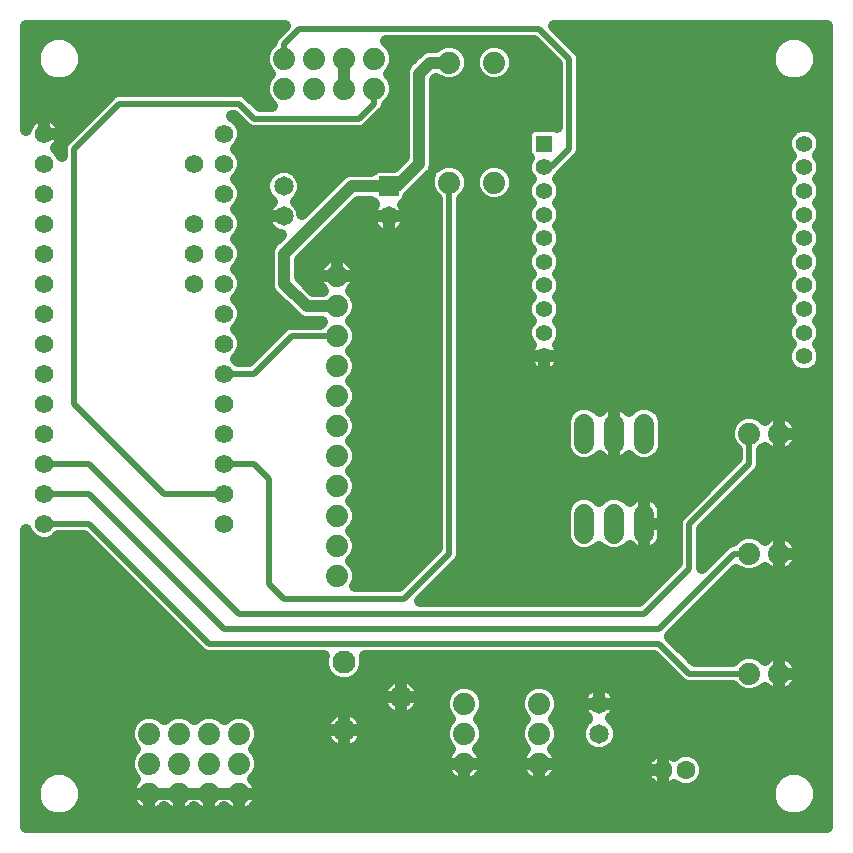
<source format=gbl>
G75*
%MOIN*%
%OFA0B0*%
%FSLAX25Y25*%
%IPPOS*%
%LPD*%
%AMOC8*
5,1,8,0,0,1.08239X$1,22.5*
%
%ADD10C,0.06731*%
%ADD11C,0.06500*%
%ADD12C,0.07400*%
%ADD13C,0.07677*%
%ADD14C,0.06299*%
%ADD15C,0.05600*%
%ADD16R,0.05600X0.05600*%
%ADD17C,0.06200*%
%ADD18R,0.06500X0.06500*%
%ADD19C,0.04000*%
%ADD20C,0.02000*%
D10*
X0193000Y0104635D02*
X0193000Y0111365D01*
X0203000Y0111365D02*
X0203000Y0104635D01*
X0213000Y0104635D02*
X0213000Y0111365D01*
X0213000Y0134635D02*
X0213000Y0141365D01*
X0203000Y0141365D02*
X0203000Y0134635D01*
X0193000Y0134635D02*
X0193000Y0141365D01*
D11*
X0127800Y0210400D03*
X0092800Y0210400D03*
X0092800Y0220400D03*
X0198000Y0048000D03*
X0198000Y0038000D03*
D12*
X0178000Y0038000D03*
X0178000Y0028000D03*
X0178000Y0048000D03*
X0153000Y0048000D03*
X0153000Y0038000D03*
X0153000Y0028000D03*
X0110500Y0090500D03*
X0110500Y0100500D03*
X0110500Y0110500D03*
X0110500Y0120500D03*
X0110500Y0130500D03*
X0110500Y0140500D03*
X0110500Y0150500D03*
X0110500Y0160500D03*
X0110500Y0170500D03*
X0110500Y0180500D03*
X0110500Y0190500D03*
X0148000Y0221700D03*
X0163000Y0221700D03*
X0163000Y0261700D03*
X0148000Y0261700D03*
X0123000Y0263000D03*
X0123000Y0253000D03*
X0113000Y0253000D03*
X0113000Y0263000D03*
X0103000Y0263000D03*
X0103000Y0253000D03*
X0093000Y0253000D03*
X0093000Y0263000D03*
X0248000Y0138000D03*
X0258000Y0138000D03*
X0258000Y0098000D03*
X0248000Y0098000D03*
X0248000Y0058000D03*
X0258000Y0058000D03*
X0078000Y0038000D03*
X0068000Y0038000D03*
X0068000Y0028000D03*
X0068000Y0018000D03*
X0078000Y0018000D03*
X0078000Y0028000D03*
X0058000Y0028000D03*
X0058000Y0018000D03*
X0048000Y0018000D03*
X0048000Y0028000D03*
X0048000Y0038000D03*
X0058000Y0038000D03*
D13*
X0113000Y0039102D03*
X0131898Y0050126D03*
X0113000Y0061937D03*
D14*
X0219063Y0025835D03*
X0226937Y0025835D03*
D15*
X0266307Y0163787D03*
X0266307Y0171661D03*
X0266307Y0179535D03*
X0266307Y0187409D03*
X0266307Y0195283D03*
X0266307Y0203157D03*
X0266307Y0211031D03*
X0266307Y0218906D03*
X0266307Y0226780D03*
X0266307Y0234654D03*
X0179693Y0226780D03*
X0179693Y0218906D03*
X0179693Y0211031D03*
X0179693Y0203157D03*
X0179693Y0195283D03*
X0179693Y0187409D03*
X0179693Y0179535D03*
X0179693Y0171661D03*
X0179693Y0163787D03*
D16*
X0179693Y0234654D03*
D17*
X0073000Y0238000D03*
X0073000Y0228000D03*
X0063000Y0228000D03*
X0073000Y0218000D03*
X0073000Y0208000D03*
X0063000Y0208000D03*
X0063000Y0198000D03*
X0073000Y0198000D03*
X0073000Y0188000D03*
X0073000Y0178000D03*
X0063000Y0188000D03*
X0073000Y0168000D03*
X0073000Y0158000D03*
X0073000Y0148000D03*
X0073000Y0138000D03*
X0073000Y0128000D03*
X0073000Y0118000D03*
X0073000Y0108000D03*
X0013000Y0108000D03*
X0013000Y0118000D03*
X0013000Y0128000D03*
X0013000Y0138000D03*
X0013000Y0148000D03*
X0013000Y0158000D03*
X0013000Y0168000D03*
X0013000Y0178000D03*
X0013000Y0188000D03*
X0013000Y0198000D03*
X0013000Y0208000D03*
X0013000Y0218000D03*
X0013000Y0228000D03*
X0013000Y0238000D03*
D18*
X0127800Y0220400D03*
D19*
X0007000Y0106023D02*
X0007000Y0007000D01*
X0274000Y0007000D01*
X0274000Y0274000D01*
X0182940Y0274000D01*
X0190379Y0266561D01*
X0191561Y0265379D01*
X0192200Y0263835D01*
X0192200Y0232165D01*
X0191561Y0230621D01*
X0185104Y0224164D01*
X0184779Y0223381D01*
X0184241Y0222843D01*
X0184779Y0222304D01*
X0185693Y0220099D01*
X0185693Y0217712D01*
X0184779Y0215507D01*
X0184241Y0214968D01*
X0184779Y0214430D01*
X0185693Y0212225D01*
X0185693Y0209838D01*
X0184779Y0207633D01*
X0184241Y0207094D01*
X0184779Y0206556D01*
X0185693Y0204351D01*
X0185693Y0201964D01*
X0184779Y0199759D01*
X0184241Y0199220D01*
X0184779Y0198682D01*
X0185693Y0196477D01*
X0185693Y0194090D01*
X0184779Y0191885D01*
X0184241Y0191346D01*
X0184779Y0190808D01*
X0185693Y0188603D01*
X0185693Y0186216D01*
X0184779Y0184011D01*
X0184241Y0183472D01*
X0184779Y0182934D01*
X0185693Y0180729D01*
X0185693Y0178342D01*
X0184779Y0176137D01*
X0184241Y0175598D01*
X0184779Y0175060D01*
X0185693Y0172855D01*
X0185693Y0170468D01*
X0184779Y0168263D01*
X0184100Y0167583D01*
X0184117Y0167566D01*
X0184654Y0166827D01*
X0185068Y0166014D01*
X0185350Y0165146D01*
X0185493Y0164244D01*
X0185493Y0163787D01*
X0179693Y0163787D01*
X0179693Y0157987D01*
X0180149Y0157987D01*
X0181051Y0158130D01*
X0181919Y0158412D01*
X0182733Y0158827D01*
X0183471Y0159363D01*
X0184117Y0160009D01*
X0184654Y0160748D01*
X0185068Y0161561D01*
X0185350Y0162429D01*
X0185493Y0163331D01*
X0185493Y0163787D01*
X0179693Y0163787D01*
X0179693Y0163787D01*
X0179693Y0157987D01*
X0179236Y0157987D01*
X0178335Y0158130D01*
X0177466Y0158412D01*
X0176653Y0158827D01*
X0175914Y0159363D01*
X0175269Y0160009D01*
X0174732Y0160748D01*
X0174318Y0161561D01*
X0174036Y0162429D01*
X0173893Y0163331D01*
X0173893Y0163787D01*
X0179693Y0163787D01*
X0179693Y0163787D01*
X0179693Y0163787D01*
X0173893Y0163787D01*
X0173893Y0164244D01*
X0174036Y0165146D01*
X0174318Y0166014D01*
X0174732Y0166827D01*
X0175269Y0167566D01*
X0175286Y0167583D01*
X0174606Y0168263D01*
X0173693Y0170468D01*
X0173693Y0172855D01*
X0174606Y0175060D01*
X0175145Y0175598D01*
X0174606Y0176137D01*
X0173693Y0178342D01*
X0173693Y0180729D01*
X0174606Y0182934D01*
X0175145Y0183472D01*
X0174606Y0184011D01*
X0173693Y0186216D01*
X0173693Y0188603D01*
X0174606Y0190808D01*
X0175145Y0191346D01*
X0174606Y0191885D01*
X0173693Y0194090D01*
X0173693Y0196477D01*
X0174606Y0198682D01*
X0175145Y0199220D01*
X0174606Y0199759D01*
X0173693Y0201964D01*
X0173693Y0204351D01*
X0174606Y0206556D01*
X0175145Y0207094D01*
X0174606Y0207633D01*
X0173693Y0209838D01*
X0173693Y0212225D01*
X0174606Y0214430D01*
X0175145Y0214968D01*
X0174606Y0215507D01*
X0173693Y0217712D01*
X0173693Y0220099D01*
X0174606Y0222304D01*
X0175145Y0222843D01*
X0174606Y0223381D01*
X0173693Y0225586D01*
X0173693Y0227973D01*
X0174441Y0229780D01*
X0174180Y0230041D01*
X0173693Y0231217D01*
X0173693Y0238090D01*
X0174180Y0239266D01*
X0175080Y0240166D01*
X0176256Y0240654D01*
X0183129Y0240654D01*
X0183800Y0240376D01*
X0183800Y0261260D01*
X0176260Y0268800D01*
X0126958Y0268800D01*
X0128850Y0266909D01*
X0129900Y0264372D01*
X0129900Y0261627D01*
X0128850Y0259091D01*
X0127758Y0258000D01*
X0128850Y0256909D01*
X0129900Y0254372D01*
X0129900Y0251627D01*
X0128850Y0249091D01*
X0127200Y0247442D01*
X0127200Y0247165D01*
X0126561Y0245621D01*
X0125379Y0244439D01*
X0120379Y0239439D01*
X0118835Y0238800D01*
X0082165Y0238800D01*
X0080621Y0239439D01*
X0079439Y0240621D01*
X0076260Y0243800D01*
X0075460Y0243800D01*
X0076569Y0243341D01*
X0078341Y0241569D01*
X0079300Y0239253D01*
X0079300Y0236747D01*
X0078341Y0234431D01*
X0076910Y0233000D01*
X0078341Y0231569D01*
X0079300Y0229253D01*
X0079300Y0226747D01*
X0078341Y0224431D01*
X0076910Y0223000D01*
X0078341Y0221569D01*
X0079300Y0219253D01*
X0079300Y0216747D01*
X0078341Y0214431D01*
X0076910Y0213000D01*
X0078341Y0211569D01*
X0079300Y0209253D01*
X0079300Y0206747D01*
X0078341Y0204431D01*
X0076910Y0203000D01*
X0078341Y0201569D01*
X0079300Y0199253D01*
X0079300Y0196747D01*
X0078341Y0194431D01*
X0076910Y0193000D01*
X0078341Y0191569D01*
X0079300Y0189253D01*
X0079300Y0186747D01*
X0078341Y0184431D01*
X0076910Y0183000D01*
X0078341Y0181569D01*
X0079300Y0179253D01*
X0079300Y0176747D01*
X0078341Y0174431D01*
X0076910Y0173000D01*
X0078341Y0171569D01*
X0079300Y0169253D01*
X0079300Y0166747D01*
X0078341Y0164431D01*
X0076910Y0163000D01*
X0077710Y0162200D01*
X0081260Y0162200D01*
X0091939Y0172879D01*
X0093121Y0174061D01*
X0094665Y0174700D01*
X0104942Y0174700D01*
X0105542Y0175300D01*
X0099466Y0175300D01*
X0097554Y0176092D01*
X0096092Y0177554D01*
X0088592Y0185054D01*
X0087800Y0186966D01*
X0087800Y0199034D01*
X0088592Y0200946D01*
X0090054Y0202408D01*
X0091866Y0204220D01*
X0091336Y0204304D01*
X0090401Y0204608D01*
X0089524Y0205055D01*
X0088728Y0205633D01*
X0088033Y0206328D01*
X0087455Y0207124D01*
X0087008Y0208001D01*
X0086704Y0208936D01*
X0086550Y0209908D01*
X0086550Y0210400D01*
X0092800Y0210400D01*
X0092800Y0210400D01*
X0086550Y0210400D01*
X0086550Y0210892D01*
X0086704Y0211864D01*
X0087008Y0212799D01*
X0087455Y0213676D01*
X0088033Y0214472D01*
X0088728Y0215167D01*
X0088834Y0215244D01*
X0087332Y0216746D01*
X0086350Y0219117D01*
X0086350Y0221683D01*
X0087332Y0224054D01*
X0089146Y0225868D01*
X0091517Y0226850D01*
X0094083Y0226850D01*
X0096454Y0225868D01*
X0098268Y0224054D01*
X0099250Y0221683D01*
X0099250Y0219117D01*
X0098268Y0216746D01*
X0096766Y0215244D01*
X0096872Y0215167D01*
X0097567Y0214472D01*
X0098145Y0213676D01*
X0098592Y0212799D01*
X0098896Y0211864D01*
X0098980Y0211334D01*
X0112454Y0224808D01*
X0114366Y0225600D01*
X0121975Y0225600D01*
X0122737Y0226363D01*
X0123913Y0226850D01*
X0129496Y0226850D01*
X0132800Y0230154D01*
X0132800Y0259034D01*
X0133592Y0260946D01*
X0135054Y0262408D01*
X0138754Y0266108D01*
X0140666Y0266900D01*
X0143442Y0266900D01*
X0144091Y0267550D01*
X0146627Y0268600D01*
X0149372Y0268600D01*
X0151909Y0267550D01*
X0153850Y0265609D01*
X0154900Y0263072D01*
X0154900Y0260327D01*
X0153850Y0257791D01*
X0151909Y0255850D01*
X0149372Y0254800D01*
X0146627Y0254800D01*
X0144091Y0255850D01*
X0143648Y0256294D01*
X0143200Y0255846D01*
X0143200Y0226966D01*
X0142982Y0226441D01*
X0144091Y0227550D01*
X0146627Y0228600D01*
X0149372Y0228600D01*
X0151909Y0227550D01*
X0153850Y0225609D01*
X0154900Y0223072D01*
X0154900Y0220327D01*
X0153850Y0217791D01*
X0152200Y0216142D01*
X0152200Y0097165D01*
X0151561Y0095621D01*
X0138140Y0082200D01*
X0211260Y0082200D01*
X0223800Y0094740D01*
X0223800Y0108835D01*
X0224439Y0110379D01*
X0243800Y0129740D01*
X0243800Y0132442D01*
X0242150Y0134091D01*
X0241100Y0136627D01*
X0241100Y0139372D01*
X0242150Y0141909D01*
X0244091Y0143850D01*
X0246627Y0144900D01*
X0249372Y0144900D01*
X0251909Y0143850D01*
X0253141Y0142617D01*
X0253573Y0143048D01*
X0254270Y0143583D01*
X0255030Y0144022D01*
X0255842Y0144358D01*
X0256690Y0144585D01*
X0257561Y0144700D01*
X0258000Y0144700D01*
X0258000Y0138000D01*
X0258000Y0138000D01*
X0264700Y0138000D01*
X0264700Y0138439D01*
X0264585Y0139310D01*
X0264358Y0140158D01*
X0264022Y0140970D01*
X0263583Y0141730D01*
X0263048Y0142427D01*
X0262427Y0143048D01*
X0261730Y0143583D01*
X0260970Y0144022D01*
X0260158Y0144358D01*
X0259310Y0144585D01*
X0258439Y0144700D01*
X0258000Y0144700D01*
X0258000Y0138000D01*
X0258000Y0138000D01*
X0264700Y0138000D01*
X0264700Y0137561D01*
X0264585Y0136690D01*
X0264358Y0135842D01*
X0264022Y0135030D01*
X0263583Y0134270D01*
X0263048Y0133573D01*
X0262427Y0132952D01*
X0261730Y0132417D01*
X0260970Y0131978D01*
X0260158Y0131642D01*
X0259310Y0131415D01*
X0258439Y0131300D01*
X0258000Y0131300D01*
X0258000Y0138000D01*
X0258000Y0138000D01*
X0258000Y0131300D01*
X0257561Y0131300D01*
X0256690Y0131415D01*
X0255842Y0131642D01*
X0255030Y0131978D01*
X0254270Y0132417D01*
X0253573Y0132952D01*
X0253141Y0133383D01*
X0252200Y0132442D01*
X0252200Y0127165D01*
X0251561Y0125621D01*
X0232200Y0106260D01*
X0232200Y0093140D01*
X0240621Y0101561D01*
X0242165Y0102200D01*
X0242442Y0102200D01*
X0244091Y0103850D01*
X0246627Y0104900D01*
X0249372Y0104900D01*
X0251909Y0103850D01*
X0253141Y0102617D01*
X0253573Y0103048D01*
X0254270Y0103583D01*
X0255030Y0104022D01*
X0255842Y0104358D01*
X0256690Y0104585D01*
X0257561Y0104700D01*
X0258000Y0104700D01*
X0258000Y0098000D01*
X0258000Y0098000D01*
X0264700Y0098000D01*
X0264700Y0098439D01*
X0264585Y0099310D01*
X0264358Y0100158D01*
X0264022Y0100970D01*
X0263583Y0101730D01*
X0263048Y0102427D01*
X0262427Y0103048D01*
X0261730Y0103583D01*
X0260970Y0104022D01*
X0260158Y0104358D01*
X0259310Y0104585D01*
X0258439Y0104700D01*
X0258000Y0104700D01*
X0258000Y0098000D01*
X0258000Y0098000D01*
X0264700Y0098000D01*
X0264700Y0097561D01*
X0264585Y0096690D01*
X0264358Y0095842D01*
X0264022Y0095030D01*
X0263583Y0094270D01*
X0263048Y0093573D01*
X0262427Y0092952D01*
X0261730Y0092417D01*
X0260970Y0091978D01*
X0260158Y0091642D01*
X0259310Y0091415D01*
X0258439Y0091300D01*
X0258000Y0091300D01*
X0258000Y0098000D01*
X0258000Y0098000D01*
X0258000Y0091300D01*
X0257561Y0091300D01*
X0256690Y0091415D01*
X0255842Y0091642D01*
X0255030Y0091978D01*
X0254270Y0092417D01*
X0253573Y0092952D01*
X0253141Y0093383D01*
X0251909Y0092150D01*
X0249372Y0091100D01*
X0246627Y0091100D01*
X0244091Y0092150D01*
X0243591Y0092651D01*
X0221561Y0070621D01*
X0221440Y0070500D01*
X0221561Y0070379D01*
X0229740Y0062200D01*
X0242442Y0062200D01*
X0244091Y0063850D01*
X0246627Y0064900D01*
X0249372Y0064900D01*
X0251909Y0063850D01*
X0253141Y0062617D01*
X0253573Y0063048D01*
X0254270Y0063583D01*
X0255030Y0064022D01*
X0255842Y0064358D01*
X0256690Y0064585D01*
X0257561Y0064700D01*
X0258000Y0064700D01*
X0258000Y0058000D01*
X0258000Y0058000D01*
X0264700Y0058000D01*
X0264700Y0058439D01*
X0264585Y0059310D01*
X0264358Y0060158D01*
X0264022Y0060970D01*
X0263583Y0061730D01*
X0263048Y0062427D01*
X0262427Y0063048D01*
X0261730Y0063583D01*
X0260970Y0064022D01*
X0260158Y0064358D01*
X0259310Y0064585D01*
X0258439Y0064700D01*
X0258000Y0064700D01*
X0258000Y0058000D01*
X0258000Y0058000D01*
X0264700Y0058000D01*
X0264700Y0057561D01*
X0264585Y0056690D01*
X0264358Y0055842D01*
X0264022Y0055030D01*
X0263583Y0054270D01*
X0263048Y0053573D01*
X0262427Y0052952D01*
X0261730Y0052417D01*
X0260970Y0051978D01*
X0260158Y0051642D01*
X0259310Y0051415D01*
X0258439Y0051300D01*
X0258000Y0051300D01*
X0258000Y0058000D01*
X0258000Y0058000D01*
X0258000Y0051300D01*
X0257561Y0051300D01*
X0256690Y0051415D01*
X0255842Y0051642D01*
X0255030Y0051978D01*
X0254270Y0052417D01*
X0253573Y0052952D01*
X0253141Y0053383D01*
X0251909Y0052150D01*
X0249372Y0051100D01*
X0246627Y0051100D01*
X0244091Y0052150D01*
X0242442Y0053800D01*
X0227165Y0053800D01*
X0225621Y0054439D01*
X0216260Y0063800D01*
X0119847Y0063800D01*
X0120039Y0063337D01*
X0120039Y0060537D01*
X0118967Y0057950D01*
X0116987Y0055970D01*
X0114400Y0054898D01*
X0111600Y0054898D01*
X0109013Y0055970D01*
X0107033Y0057950D01*
X0105961Y0060537D01*
X0105961Y0063337D01*
X0106153Y0063800D01*
X0067165Y0063800D01*
X0065621Y0064439D01*
X0064439Y0065621D01*
X0026260Y0103800D01*
X0017710Y0103800D01*
X0016569Y0102659D01*
X0014253Y0101700D01*
X0011747Y0101700D01*
X0009431Y0102659D01*
X0007659Y0104431D01*
X0007000Y0106023D01*
X0007000Y0102963D02*
X0009128Y0102963D01*
X0007000Y0098964D02*
X0031096Y0098964D01*
X0035095Y0094966D02*
X0007000Y0094966D01*
X0007000Y0090967D02*
X0039093Y0090967D01*
X0043092Y0086969D02*
X0007000Y0086969D01*
X0007000Y0082970D02*
X0047090Y0082970D01*
X0051089Y0078972D02*
X0007000Y0078972D01*
X0007000Y0074973D02*
X0055087Y0074973D01*
X0059086Y0070975D02*
X0007000Y0070975D01*
X0007000Y0066976D02*
X0063084Y0066976D01*
X0066627Y0044900D02*
X0064091Y0043850D01*
X0063000Y0042758D01*
X0061909Y0043850D01*
X0059372Y0044900D01*
X0056627Y0044900D01*
X0054091Y0043850D01*
X0053000Y0042758D01*
X0051909Y0043850D01*
X0049372Y0044900D01*
X0046627Y0044900D01*
X0044091Y0043850D01*
X0042150Y0041909D01*
X0041100Y0039372D01*
X0041100Y0036627D01*
X0042150Y0034091D01*
X0043242Y0033000D01*
X0042150Y0031909D01*
X0041100Y0029372D01*
X0041100Y0026627D01*
X0042150Y0024091D01*
X0043383Y0022859D01*
X0042952Y0022427D01*
X0042417Y0021730D01*
X0041978Y0020970D01*
X0041642Y0020158D01*
X0041415Y0019310D01*
X0041300Y0018439D01*
X0041300Y0018000D01*
X0048000Y0018000D01*
X0054700Y0018000D01*
X0058000Y0018000D01*
X0064700Y0018000D01*
X0068000Y0018000D01*
X0074700Y0018000D01*
X0078000Y0018000D01*
X0084700Y0018000D01*
X0084700Y0018439D01*
X0084585Y0019310D01*
X0084358Y0020158D01*
X0084022Y0020970D01*
X0083583Y0021730D01*
X0083048Y0022427D01*
X0082617Y0022859D01*
X0083850Y0024091D01*
X0084900Y0026627D01*
X0084900Y0029372D01*
X0083850Y0031909D01*
X0082758Y0033000D01*
X0083850Y0034091D01*
X0084900Y0036627D01*
X0084900Y0039372D01*
X0083850Y0041909D01*
X0081909Y0043850D01*
X0079372Y0044900D01*
X0076627Y0044900D01*
X0074091Y0043850D01*
X0073000Y0042758D01*
X0071909Y0043850D01*
X0069372Y0044900D01*
X0066627Y0044900D01*
X0063227Y0042985D02*
X0062773Y0042985D01*
X0072773Y0042985D02*
X0073227Y0042985D01*
X0082773Y0042985D02*
X0107360Y0042985D01*
X0107302Y0042910D02*
X0106853Y0042133D01*
X0106510Y0041305D01*
X0106278Y0040439D01*
X0106161Y0039551D01*
X0106161Y0039102D01*
X0106161Y0038654D01*
X0106278Y0037765D01*
X0106510Y0036899D01*
X0106853Y0036071D01*
X0107302Y0035295D01*
X0107847Y0034584D01*
X0108481Y0033950D01*
X0109193Y0033404D01*
X0109969Y0032956D01*
X0110797Y0032613D01*
X0111663Y0032381D01*
X0112552Y0032264D01*
X0113000Y0032264D01*
X0113448Y0032264D01*
X0114337Y0032381D01*
X0115203Y0032613D01*
X0116031Y0032956D01*
X0116807Y0033404D01*
X0117519Y0033950D01*
X0118153Y0034584D01*
X0118698Y0035295D01*
X0119146Y0036071D01*
X0119490Y0036899D01*
X0119722Y0037765D01*
X0119839Y0038654D01*
X0119839Y0039102D01*
X0113000Y0039102D01*
X0113000Y0032264D01*
X0113000Y0039102D01*
X0113000Y0039102D01*
X0113000Y0039102D01*
X0106161Y0039102D01*
X0113000Y0039102D01*
X0113000Y0039102D01*
X0119839Y0039102D01*
X0119839Y0039551D01*
X0119722Y0040439D01*
X0119490Y0041305D01*
X0119146Y0042133D01*
X0118698Y0042910D01*
X0118153Y0043621D01*
X0117519Y0044255D01*
X0116807Y0044801D01*
X0116031Y0045249D01*
X0115203Y0045592D01*
X0114337Y0045824D01*
X0113448Y0045941D01*
X0113000Y0045941D01*
X0113000Y0039102D01*
X0113000Y0045941D01*
X0112552Y0045941D01*
X0111663Y0045824D01*
X0110797Y0045592D01*
X0109969Y0045249D01*
X0109193Y0044801D01*
X0108481Y0044255D01*
X0107847Y0043621D01*
X0107302Y0042910D01*
X0106161Y0038987D02*
X0084900Y0038987D01*
X0084221Y0034988D02*
X0107537Y0034988D01*
X0113000Y0034988D02*
X0113000Y0034988D01*
X0113000Y0038987D02*
X0113000Y0038987D01*
X0113000Y0039102D02*
X0113000Y0039102D01*
X0113000Y0042985D02*
X0113000Y0042985D01*
X0118640Y0042985D02*
X0148227Y0042985D01*
X0148242Y0043000D02*
X0147150Y0041909D01*
X0146100Y0039372D01*
X0146100Y0036627D01*
X0147150Y0034091D01*
X0148383Y0032859D01*
X0147952Y0032427D01*
X0147417Y0031730D01*
X0146978Y0030970D01*
X0146642Y0030158D01*
X0146415Y0029310D01*
X0146300Y0028439D01*
X0146300Y0028000D01*
X0153000Y0028000D01*
X0159700Y0028000D01*
X0159700Y0028439D01*
X0159585Y0029310D01*
X0159358Y0030158D01*
X0159022Y0030970D01*
X0158583Y0031730D01*
X0158048Y0032427D01*
X0157617Y0032859D01*
X0158850Y0034091D01*
X0159900Y0036627D01*
X0159900Y0039372D01*
X0158850Y0041909D01*
X0157758Y0043000D01*
X0158850Y0044091D01*
X0159900Y0046627D01*
X0159900Y0049372D01*
X0158850Y0051909D01*
X0156909Y0053850D01*
X0154372Y0054900D01*
X0151627Y0054900D01*
X0149091Y0053850D01*
X0147150Y0051909D01*
X0146100Y0049372D01*
X0146100Y0046627D01*
X0147150Y0044091D01*
X0148242Y0043000D01*
X0146100Y0046984D02*
X0137980Y0046984D01*
X0138044Y0047095D02*
X0138387Y0047923D01*
X0138619Y0048789D01*
X0138736Y0049678D01*
X0138736Y0050126D01*
X0138736Y0050574D01*
X0138619Y0051463D01*
X0138387Y0052329D01*
X0138044Y0053157D01*
X0137596Y0053933D01*
X0137050Y0054645D01*
X0136416Y0055279D01*
X0135705Y0055824D01*
X0134929Y0056272D01*
X0134101Y0056616D01*
X0133235Y0056848D01*
X0132346Y0056965D01*
X0131898Y0056965D01*
X0131898Y0050126D01*
X0138736Y0050126D01*
X0131898Y0050126D01*
X0131898Y0050126D01*
X0131898Y0050126D01*
X0131898Y0043287D01*
X0132346Y0043287D01*
X0133235Y0043404D01*
X0134101Y0043636D01*
X0134929Y0043979D01*
X0135705Y0044428D01*
X0136416Y0044973D01*
X0137050Y0045607D01*
X0137596Y0046319D01*
X0138044Y0047095D01*
X0138683Y0050982D02*
X0146767Y0050982D01*
X0136714Y0054981D02*
X0225080Y0054981D01*
X0221081Y0058979D02*
X0119393Y0058979D01*
X0120039Y0062978D02*
X0217083Y0062978D01*
X0224963Y0066976D02*
X0274000Y0066976D01*
X0274000Y0062978D02*
X0262498Y0062978D01*
X0258000Y0062978D02*
X0258000Y0062978D01*
X0253502Y0062978D02*
X0252780Y0062978D01*
X0258000Y0058979D02*
X0258000Y0058979D01*
X0258000Y0054981D02*
X0258000Y0054981D01*
X0263993Y0054981D02*
X0274000Y0054981D01*
X0274000Y0058979D02*
X0264629Y0058979D01*
X0274000Y0050982D02*
X0203495Y0050982D01*
X0203345Y0051276D02*
X0202767Y0052072D01*
X0202072Y0052767D01*
X0201276Y0053345D01*
X0200399Y0053792D01*
X0199464Y0054096D01*
X0198492Y0054250D01*
X0198000Y0054250D01*
X0198000Y0048000D01*
X0204250Y0048000D01*
X0204250Y0048492D01*
X0204096Y0049464D01*
X0203792Y0050399D01*
X0203345Y0051276D01*
X0204250Y0048000D02*
X0198000Y0048000D01*
X0198000Y0048000D01*
X0198000Y0048000D01*
X0198000Y0048000D01*
X0191750Y0048000D01*
X0191750Y0048492D01*
X0191904Y0049464D01*
X0192208Y0050399D01*
X0192655Y0051276D01*
X0193233Y0052072D01*
X0193928Y0052767D01*
X0194724Y0053345D01*
X0195601Y0053792D01*
X0196536Y0054096D01*
X0197508Y0054250D01*
X0198000Y0054250D01*
X0198000Y0048000D01*
X0191750Y0048000D01*
X0191750Y0047508D01*
X0191904Y0046536D01*
X0192208Y0045601D01*
X0192655Y0044724D01*
X0193233Y0043928D01*
X0193928Y0043233D01*
X0194034Y0043156D01*
X0192532Y0041654D01*
X0191550Y0039283D01*
X0191550Y0036717D01*
X0192532Y0034346D01*
X0194346Y0032532D01*
X0196717Y0031550D01*
X0199283Y0031550D01*
X0201654Y0032532D01*
X0203468Y0034346D01*
X0204450Y0036717D01*
X0204450Y0039283D01*
X0203468Y0041654D01*
X0201966Y0043156D01*
X0202072Y0043233D01*
X0202767Y0043928D01*
X0203345Y0044724D01*
X0203792Y0045601D01*
X0204096Y0046536D01*
X0204250Y0047508D01*
X0204250Y0048000D01*
X0204167Y0046984D02*
X0274000Y0046984D01*
X0274000Y0042985D02*
X0202137Y0042985D01*
X0204450Y0038987D02*
X0274000Y0038987D01*
X0274000Y0034988D02*
X0203734Y0034988D01*
X0213803Y0029058D02*
X0213364Y0028195D01*
X0213065Y0027275D01*
X0212913Y0026319D01*
X0212913Y0025835D01*
X0219063Y0025835D01*
X0219063Y0025835D01*
X0219063Y0031984D01*
X0219547Y0031984D01*
X0220503Y0031833D01*
X0221424Y0031534D01*
X0222286Y0031094D01*
X0222825Y0030703D01*
X0223340Y0031218D01*
X0225674Y0032184D01*
X0228200Y0032184D01*
X0230534Y0031218D01*
X0232320Y0029431D01*
X0233287Y0027098D01*
X0233287Y0024572D01*
X0232320Y0022238D01*
X0230534Y0020452D01*
X0228200Y0019485D01*
X0225674Y0019485D01*
X0223340Y0020452D01*
X0222825Y0020967D01*
X0222286Y0020575D01*
X0221424Y0020136D01*
X0220503Y0019836D01*
X0219547Y0019685D01*
X0219063Y0019685D01*
X0219063Y0025835D01*
X0219063Y0031984D01*
X0218579Y0031984D01*
X0217623Y0031833D01*
X0216702Y0031534D01*
X0215840Y0031094D01*
X0215057Y0030525D01*
X0214372Y0029841D01*
X0213803Y0029058D01*
X0213020Y0026991D02*
X0184625Y0026991D01*
X0184585Y0026690D02*
X0184700Y0027561D01*
X0184700Y0028000D01*
X0184700Y0028439D01*
X0184585Y0029310D01*
X0184358Y0030158D01*
X0184022Y0030970D01*
X0183583Y0031730D01*
X0183048Y0032427D01*
X0182617Y0032859D01*
X0183850Y0034091D01*
X0184900Y0036627D01*
X0184900Y0039372D01*
X0183850Y0041909D01*
X0182758Y0043000D01*
X0183850Y0044091D01*
X0184900Y0046627D01*
X0184900Y0049372D01*
X0183850Y0051909D01*
X0181909Y0053850D01*
X0179372Y0054900D01*
X0176627Y0054900D01*
X0174091Y0053850D01*
X0172150Y0051909D01*
X0171100Y0049372D01*
X0171100Y0046627D01*
X0172150Y0044091D01*
X0173242Y0043000D01*
X0172150Y0041909D01*
X0171100Y0039372D01*
X0171100Y0036627D01*
X0172150Y0034091D01*
X0173383Y0032859D01*
X0172952Y0032427D01*
X0172417Y0031730D01*
X0171978Y0030970D01*
X0171642Y0030158D01*
X0171415Y0029310D01*
X0171300Y0028439D01*
X0171300Y0028000D01*
X0178000Y0028000D01*
X0184700Y0028000D01*
X0178000Y0028000D01*
X0178000Y0028000D01*
X0178000Y0028000D01*
X0178000Y0021300D01*
X0178439Y0021300D01*
X0179310Y0021415D01*
X0180158Y0021642D01*
X0180970Y0021978D01*
X0181730Y0022417D01*
X0182427Y0022952D01*
X0183048Y0023573D01*
X0183583Y0024270D01*
X0184022Y0025030D01*
X0184358Y0025842D01*
X0184585Y0026690D01*
X0182468Y0022993D02*
X0213609Y0022993D01*
X0213803Y0022612D02*
X0214372Y0021828D01*
X0215057Y0021144D01*
X0215840Y0020575D01*
X0216702Y0020136D01*
X0217623Y0019836D01*
X0218579Y0019685D01*
X0219063Y0019685D01*
X0219063Y0025835D01*
X0219063Y0025835D01*
X0212913Y0025835D01*
X0212913Y0025351D01*
X0213065Y0024395D01*
X0213364Y0023474D01*
X0213803Y0022612D01*
X0219063Y0022993D02*
X0219063Y0022993D01*
X0219063Y0025835D02*
X0219063Y0025835D01*
X0219063Y0026991D02*
X0219063Y0026991D01*
X0219063Y0030990D02*
X0219063Y0030990D01*
X0215696Y0030990D02*
X0184010Y0030990D01*
X0184221Y0034988D02*
X0192266Y0034988D01*
X0191550Y0038987D02*
X0184900Y0038987D01*
X0182773Y0042985D02*
X0193863Y0042985D01*
X0191833Y0046984D02*
X0184900Y0046984D01*
X0184233Y0050982D02*
X0192505Y0050982D01*
X0198000Y0050982D02*
X0198000Y0050982D01*
X0221914Y0070975D02*
X0274000Y0070975D01*
X0274000Y0074973D02*
X0225913Y0074973D01*
X0229911Y0078972D02*
X0274000Y0078972D01*
X0274000Y0082970D02*
X0233910Y0082970D01*
X0237908Y0086969D02*
X0274000Y0086969D01*
X0274000Y0090967D02*
X0241907Y0090967D01*
X0234026Y0094966D02*
X0232200Y0094966D01*
X0232200Y0098964D02*
X0238025Y0098964D01*
X0243205Y0102963D02*
X0232200Y0102963D01*
X0232901Y0106961D02*
X0274000Y0106961D01*
X0274000Y0110960D02*
X0236899Y0110960D01*
X0240898Y0114958D02*
X0274000Y0114958D01*
X0274000Y0118957D02*
X0244897Y0118957D01*
X0248895Y0122955D02*
X0274000Y0122955D01*
X0274000Y0126954D02*
X0252113Y0126954D01*
X0252200Y0130952D02*
X0274000Y0130952D01*
X0274000Y0134951D02*
X0263976Y0134951D01*
X0264633Y0138949D02*
X0274000Y0138949D01*
X0274000Y0142948D02*
X0262527Y0142948D01*
X0258000Y0142948D02*
X0258000Y0142948D01*
X0258000Y0138949D02*
X0258000Y0138949D01*
X0258000Y0134951D02*
X0258000Y0134951D01*
X0253473Y0142948D02*
X0252810Y0142948D01*
X0243190Y0142948D02*
X0219451Y0142948D01*
X0219565Y0142671D02*
X0218566Y0145084D01*
X0216719Y0146931D01*
X0214306Y0147931D01*
X0211694Y0147931D01*
X0209281Y0146931D01*
X0207858Y0145508D01*
X0207855Y0145512D01*
X0207147Y0146221D01*
X0206336Y0146809D01*
X0205443Y0147264D01*
X0204491Y0147574D01*
X0203501Y0147731D01*
X0203000Y0147731D01*
X0202499Y0147731D01*
X0201509Y0147574D01*
X0200557Y0147264D01*
X0199664Y0146809D01*
X0198853Y0146221D01*
X0198145Y0145512D01*
X0198142Y0145508D01*
X0196719Y0146931D01*
X0194306Y0147931D01*
X0191694Y0147931D01*
X0189281Y0146931D01*
X0187434Y0145084D01*
X0186435Y0142671D01*
X0186435Y0133329D01*
X0187434Y0130916D01*
X0189281Y0129069D01*
X0191694Y0128069D01*
X0194306Y0128069D01*
X0196719Y0129069D01*
X0198142Y0130492D01*
X0198145Y0130488D01*
X0198853Y0129779D01*
X0199664Y0129191D01*
X0200557Y0128736D01*
X0201509Y0128426D01*
X0202499Y0128269D01*
X0203000Y0128269D01*
X0203000Y0138000D01*
X0203000Y0138000D01*
X0203000Y0147731D01*
X0203000Y0138000D01*
X0203000Y0128269D01*
X0203501Y0128269D01*
X0204491Y0128426D01*
X0205443Y0128736D01*
X0206336Y0129191D01*
X0207147Y0129779D01*
X0207855Y0130488D01*
X0207858Y0130492D01*
X0209281Y0129069D01*
X0211694Y0128069D01*
X0214306Y0128069D01*
X0216719Y0129069D01*
X0218566Y0130916D01*
X0219565Y0133329D01*
X0219565Y0142671D01*
X0219565Y0138949D02*
X0241100Y0138949D01*
X0241794Y0134951D02*
X0219565Y0134951D01*
X0218581Y0130952D02*
X0243800Y0130952D01*
X0241014Y0126954D02*
X0152200Y0126954D01*
X0152200Y0130952D02*
X0187419Y0130952D01*
X0186435Y0134951D02*
X0152200Y0134951D01*
X0152200Y0138949D02*
X0186435Y0138949D01*
X0186549Y0142948D02*
X0152200Y0142948D01*
X0152200Y0146946D02*
X0189318Y0146946D01*
X0196682Y0146946D02*
X0199933Y0146946D01*
X0203000Y0146946D02*
X0203000Y0146946D01*
X0206067Y0146946D02*
X0209318Y0146946D01*
X0203000Y0142948D02*
X0203000Y0142948D01*
X0203000Y0138949D02*
X0203000Y0138949D01*
X0203000Y0138000D02*
X0203000Y0138000D01*
X0203000Y0134951D02*
X0203000Y0134951D01*
X0203000Y0130952D02*
X0203000Y0130952D01*
X0201694Y0117931D02*
X0199281Y0116931D01*
X0198000Y0115650D01*
X0196719Y0116931D01*
X0194306Y0117931D01*
X0191694Y0117931D01*
X0189281Y0116931D01*
X0187434Y0115084D01*
X0186435Y0112671D01*
X0186435Y0103329D01*
X0187434Y0100916D01*
X0189281Y0099069D01*
X0191694Y0098069D01*
X0194306Y0098069D01*
X0196719Y0099069D01*
X0198000Y0100350D01*
X0199281Y0099069D01*
X0201694Y0098069D01*
X0204306Y0098069D01*
X0206719Y0099069D01*
X0208142Y0100492D01*
X0208145Y0100488D01*
X0208853Y0099779D01*
X0209664Y0099191D01*
X0210557Y0098736D01*
X0211509Y0098426D01*
X0212499Y0098269D01*
X0213000Y0098269D01*
X0213000Y0108000D01*
X0213000Y0108000D01*
X0213000Y0117731D01*
X0212499Y0117731D01*
X0211509Y0117574D01*
X0210557Y0117264D01*
X0209664Y0116809D01*
X0208853Y0116221D01*
X0208145Y0115512D01*
X0208142Y0115508D01*
X0206719Y0116931D01*
X0204306Y0117931D01*
X0201694Y0117931D01*
X0213000Y0117731D02*
X0213000Y0108000D01*
X0219365Y0108000D01*
X0219365Y0111866D01*
X0219209Y0112856D01*
X0218899Y0113809D01*
X0218444Y0114702D01*
X0217855Y0115512D01*
X0217147Y0116221D01*
X0216336Y0116809D01*
X0215443Y0117264D01*
X0214491Y0117574D01*
X0213501Y0117731D01*
X0213000Y0117731D01*
X0213000Y0114958D02*
X0213000Y0114958D01*
X0213000Y0110960D02*
X0213000Y0110960D01*
X0213000Y0108000D02*
X0213000Y0108000D01*
X0219365Y0108000D01*
X0219365Y0104134D01*
X0219209Y0103144D01*
X0218899Y0102191D01*
X0218444Y0101298D01*
X0217855Y0100488D01*
X0217147Y0099779D01*
X0216336Y0099191D01*
X0215443Y0098736D01*
X0214491Y0098426D01*
X0213501Y0098269D01*
X0213000Y0098269D01*
X0213000Y0108000D01*
X0213000Y0108000D01*
X0213000Y0106961D02*
X0213000Y0106961D01*
X0213000Y0102963D02*
X0213000Y0102963D01*
X0213000Y0098964D02*
X0213000Y0098964D01*
X0215892Y0098964D02*
X0223800Y0098964D01*
X0223800Y0102963D02*
X0219150Y0102963D01*
X0219365Y0106961D02*
X0223800Y0106961D01*
X0225020Y0110960D02*
X0219365Y0110960D01*
X0218258Y0114958D02*
X0229019Y0114958D01*
X0233017Y0118957D02*
X0152200Y0118957D01*
X0152200Y0122955D02*
X0237016Y0122955D01*
X0252795Y0102963D02*
X0253488Y0102963D01*
X0258000Y0102963D02*
X0258000Y0102963D01*
X0258000Y0098964D02*
X0258000Y0098964D01*
X0258000Y0094966D02*
X0258000Y0094966D01*
X0263985Y0094966D02*
X0274000Y0094966D01*
X0274000Y0098964D02*
X0264631Y0098964D01*
X0262512Y0102963D02*
X0274000Y0102963D01*
X0243220Y0062978D02*
X0228962Y0062978D01*
X0212031Y0082970D02*
X0138910Y0082970D01*
X0142908Y0086969D02*
X0216029Y0086969D01*
X0220028Y0090967D02*
X0146907Y0090967D01*
X0150905Y0094966D02*
X0223800Y0094966D01*
X0210108Y0098964D02*
X0206467Y0098964D01*
X0199533Y0098964D02*
X0196467Y0098964D01*
X0189533Y0098964D02*
X0152200Y0098964D01*
X0152200Y0102963D02*
X0186586Y0102963D01*
X0186435Y0106961D02*
X0152200Y0106961D01*
X0152200Y0110960D02*
X0186435Y0110960D01*
X0187382Y0114958D02*
X0152200Y0114958D01*
X0143800Y0114958D02*
X0115800Y0114958D01*
X0115258Y0115500D02*
X0116350Y0114409D01*
X0117400Y0111872D01*
X0117400Y0109127D01*
X0116350Y0106591D01*
X0115258Y0105500D01*
X0116350Y0104409D01*
X0117400Y0101872D01*
X0117400Y0099127D01*
X0116350Y0096591D01*
X0115258Y0095500D01*
X0116350Y0094409D01*
X0117400Y0091872D01*
X0117400Y0089127D01*
X0116602Y0087200D01*
X0131260Y0087200D01*
X0143800Y0099740D01*
X0143800Y0216142D01*
X0142150Y0217791D01*
X0141100Y0220327D01*
X0141100Y0223072D01*
X0141576Y0224222D01*
X0134808Y0217454D01*
X0134250Y0216896D01*
X0134250Y0216513D01*
X0133763Y0215337D01*
X0132863Y0214437D01*
X0132655Y0214351D01*
X0133145Y0213676D01*
X0133592Y0212799D01*
X0133896Y0211864D01*
X0134050Y0210892D01*
X0134050Y0210400D01*
X0127800Y0210400D01*
X0127800Y0210400D01*
X0134050Y0210400D01*
X0134050Y0209908D01*
X0133896Y0208936D01*
X0133592Y0208001D01*
X0133145Y0207124D01*
X0132567Y0206328D01*
X0131872Y0205633D01*
X0131076Y0205055D01*
X0130199Y0204608D01*
X0129264Y0204304D01*
X0128292Y0204150D01*
X0127800Y0204150D01*
X0127800Y0210400D01*
X0127800Y0210400D01*
X0127800Y0210400D01*
X0121550Y0210400D01*
X0121550Y0210892D01*
X0121704Y0211864D01*
X0122008Y0212799D01*
X0122455Y0213676D01*
X0122945Y0214351D01*
X0122737Y0214437D01*
X0121975Y0215200D01*
X0117554Y0215200D01*
X0098200Y0195846D01*
X0098200Y0190154D01*
X0102654Y0185700D01*
X0105825Y0185700D01*
X0105452Y0186073D01*
X0104917Y0186770D01*
X0104478Y0187530D01*
X0104142Y0188342D01*
X0103915Y0189190D01*
X0103800Y0190061D01*
X0103800Y0190500D01*
X0110500Y0190500D01*
X0110500Y0190500D01*
X0110500Y0197200D01*
X0110939Y0197200D01*
X0111810Y0197085D01*
X0112658Y0196858D01*
X0113470Y0196522D01*
X0114230Y0196083D01*
X0114927Y0195548D01*
X0115548Y0194927D01*
X0116083Y0194230D01*
X0116522Y0193470D01*
X0116858Y0192658D01*
X0117085Y0191810D01*
X0117200Y0190939D01*
X0117200Y0190500D01*
X0110500Y0190500D01*
X0110500Y0190500D01*
X0110500Y0190500D01*
X0110500Y0197200D01*
X0110061Y0197200D01*
X0109190Y0197085D01*
X0108342Y0196858D01*
X0107530Y0196522D01*
X0106770Y0196083D01*
X0106073Y0195548D01*
X0105452Y0194927D01*
X0104917Y0194230D01*
X0104478Y0193470D01*
X0104142Y0192658D01*
X0103915Y0191810D01*
X0103800Y0190939D01*
X0103800Y0190500D01*
X0110500Y0190500D01*
X0117200Y0190500D01*
X0117200Y0190061D01*
X0117085Y0189190D01*
X0116858Y0188342D01*
X0116522Y0187530D01*
X0116083Y0186770D01*
X0115548Y0186073D01*
X0115117Y0185641D01*
X0116350Y0184409D01*
X0117400Y0181872D01*
X0117400Y0179127D01*
X0116350Y0176591D01*
X0115258Y0175500D01*
X0116350Y0174409D01*
X0117400Y0171872D01*
X0117400Y0169127D01*
X0116350Y0166591D01*
X0115258Y0165500D01*
X0116350Y0164409D01*
X0117400Y0161872D01*
X0117400Y0159127D01*
X0116350Y0156591D01*
X0115258Y0155500D01*
X0116350Y0154409D01*
X0117400Y0151872D01*
X0117400Y0149127D01*
X0116350Y0146591D01*
X0115258Y0145500D01*
X0116350Y0144409D01*
X0117400Y0141872D01*
X0117400Y0139127D01*
X0116350Y0136591D01*
X0115258Y0135500D01*
X0116350Y0134409D01*
X0117400Y0131872D01*
X0117400Y0129127D01*
X0116350Y0126591D01*
X0115258Y0125500D01*
X0116350Y0124409D01*
X0117400Y0121872D01*
X0117400Y0119127D01*
X0116350Y0116591D01*
X0115258Y0115500D01*
X0117329Y0118957D02*
X0143800Y0118957D01*
X0143800Y0122955D02*
X0116951Y0122955D01*
X0116500Y0126954D02*
X0143800Y0126954D01*
X0143800Y0130952D02*
X0117400Y0130952D01*
X0115807Y0134951D02*
X0143800Y0134951D01*
X0143800Y0138949D02*
X0117326Y0138949D01*
X0116955Y0142948D02*
X0143800Y0142948D01*
X0143800Y0146946D02*
X0116497Y0146946D01*
X0117400Y0150945D02*
X0143800Y0150945D01*
X0143800Y0154943D02*
X0115815Y0154943D01*
X0117323Y0158942D02*
X0143800Y0158942D01*
X0143800Y0162940D02*
X0116958Y0162940D01*
X0116493Y0166939D02*
X0143800Y0166939D01*
X0143800Y0170937D02*
X0117400Y0170937D01*
X0115822Y0174936D02*
X0143800Y0174936D01*
X0143800Y0178934D02*
X0117320Y0178934D01*
X0116961Y0182933D02*
X0143800Y0182933D01*
X0143800Y0186932D02*
X0116176Y0186932D01*
X0117200Y0190930D02*
X0143800Y0190930D01*
X0143800Y0194929D02*
X0115547Y0194929D01*
X0110500Y0194929D02*
X0110500Y0194929D01*
X0110500Y0190930D02*
X0110500Y0190930D01*
X0105453Y0194929D02*
X0098200Y0194929D01*
X0093000Y0198000D02*
X0093000Y0188000D01*
X0100500Y0180500D01*
X0110500Y0180500D01*
X0105178Y0174936D02*
X0078550Y0174936D01*
X0079300Y0178934D02*
X0094712Y0178934D01*
X0090713Y0182933D02*
X0076977Y0182933D01*
X0079300Y0186932D02*
X0087814Y0186932D01*
X0087800Y0190930D02*
X0078605Y0190930D01*
X0078547Y0194929D02*
X0087800Y0194929D01*
X0087800Y0198927D02*
X0079300Y0198927D01*
X0076984Y0202926D02*
X0090572Y0202926D01*
X0087600Y0206924D02*
X0079300Y0206924D01*
X0078608Y0210923D02*
X0086555Y0210923D01*
X0088482Y0214921D02*
X0078544Y0214921D01*
X0079300Y0218920D02*
X0086432Y0218920D01*
X0086862Y0222918D02*
X0076991Y0222918D01*
X0079300Y0226917D02*
X0129563Y0226917D01*
X0132800Y0230915D02*
X0078612Y0230915D01*
X0078541Y0234914D02*
X0132800Y0234914D01*
X0132800Y0238912D02*
X0119106Y0238912D01*
X0123850Y0242911D02*
X0132800Y0242911D01*
X0132800Y0246909D02*
X0127094Y0246909D01*
X0129602Y0250908D02*
X0132800Y0250908D01*
X0132800Y0254906D02*
X0129679Y0254906D01*
X0128663Y0258905D02*
X0132800Y0258905D01*
X0135549Y0262903D02*
X0129900Y0262903D01*
X0128852Y0266902D02*
X0143444Y0266902D01*
X0141700Y0261700D02*
X0138000Y0258000D01*
X0138000Y0228000D01*
X0130400Y0220400D01*
X0127800Y0220400D01*
X0115400Y0220400D01*
X0093000Y0198000D01*
X0101281Y0198927D02*
X0143800Y0198927D01*
X0143800Y0202926D02*
X0105279Y0202926D01*
X0109278Y0206924D02*
X0122600Y0206924D01*
X0122455Y0207124D02*
X0123033Y0206328D01*
X0123728Y0205633D01*
X0124524Y0205055D01*
X0125401Y0204608D01*
X0126336Y0204304D01*
X0127308Y0204150D01*
X0127800Y0204150D01*
X0127800Y0210400D01*
X0121550Y0210400D01*
X0121550Y0209908D01*
X0121704Y0208936D01*
X0122008Y0208001D01*
X0122455Y0207124D01*
X0121555Y0210923D02*
X0113277Y0210923D01*
X0117275Y0214921D02*
X0122253Y0214921D01*
X0127800Y0206924D02*
X0127800Y0206924D01*
X0133000Y0206924D02*
X0143800Y0206924D01*
X0143800Y0210923D02*
X0134045Y0210923D01*
X0133347Y0214921D02*
X0143800Y0214921D01*
X0141683Y0218920D02*
X0136274Y0218920D01*
X0140272Y0222918D02*
X0141100Y0222918D01*
X0143180Y0226917D02*
X0143459Y0226917D01*
X0143200Y0230915D02*
X0173818Y0230915D01*
X0173693Y0234914D02*
X0143200Y0234914D01*
X0143200Y0238912D02*
X0174033Y0238912D01*
X0183800Y0242911D02*
X0143200Y0242911D01*
X0143200Y0246909D02*
X0183800Y0246909D01*
X0183800Y0250908D02*
X0143200Y0250908D01*
X0143200Y0254906D02*
X0146371Y0254906D01*
X0149629Y0254906D02*
X0161371Y0254906D01*
X0161627Y0254800D02*
X0164372Y0254800D01*
X0166909Y0255850D01*
X0168850Y0257791D01*
X0169900Y0260327D01*
X0169900Y0263072D01*
X0168850Y0265609D01*
X0166909Y0267550D01*
X0164372Y0268600D01*
X0161627Y0268600D01*
X0159091Y0267550D01*
X0157150Y0265609D01*
X0156100Y0263072D01*
X0156100Y0260327D01*
X0157150Y0257791D01*
X0159091Y0255850D01*
X0161627Y0254800D01*
X0164629Y0254906D02*
X0183800Y0254906D01*
X0183800Y0258905D02*
X0169311Y0258905D01*
X0169900Y0262903D02*
X0182157Y0262903D01*
X0178159Y0266902D02*
X0167556Y0266902D01*
X0158444Y0266902D02*
X0152556Y0266902D01*
X0154900Y0262903D02*
X0156100Y0262903D01*
X0156689Y0258905D02*
X0154311Y0258905D01*
X0148000Y0261700D02*
X0141700Y0261700D01*
X0113000Y0262903D02*
X0113000Y0262903D01*
X0113000Y0263000D02*
X0113000Y0256300D01*
X0113000Y0253000D01*
X0113000Y0253000D01*
X0113000Y0263000D01*
X0113000Y0263000D01*
X0113000Y0258905D02*
X0113000Y0258905D01*
X0113000Y0254906D02*
X0113000Y0254906D01*
X0093060Y0274000D02*
X0089439Y0270379D01*
X0088800Y0268835D01*
X0088800Y0268558D01*
X0087150Y0266909D01*
X0086100Y0264372D01*
X0086100Y0261627D01*
X0087150Y0259091D01*
X0088242Y0258000D01*
X0087150Y0256909D01*
X0086100Y0254372D01*
X0086100Y0251627D01*
X0087150Y0249091D01*
X0089042Y0247200D01*
X0084740Y0247200D01*
X0080379Y0251561D01*
X0078835Y0252200D01*
X0037165Y0252200D01*
X0035621Y0251561D01*
X0034439Y0250379D01*
X0019439Y0235379D01*
X0018800Y0233835D01*
X0018800Y0230460D01*
X0018341Y0231569D01*
X0016736Y0233174D01*
X0016974Y0233347D01*
X0017653Y0234026D01*
X0018217Y0234803D01*
X0018653Y0235658D01*
X0018950Y0236572D01*
X0019100Y0237520D01*
X0019100Y0238000D01*
X0019100Y0238480D01*
X0018950Y0239428D01*
X0018653Y0240342D01*
X0018217Y0241197D01*
X0017653Y0241974D01*
X0016974Y0242653D01*
X0016197Y0243217D01*
X0015342Y0243653D01*
X0014428Y0243950D01*
X0013480Y0244100D01*
X0013000Y0244100D01*
X0013000Y0238000D01*
X0013000Y0238000D01*
X0019100Y0238000D01*
X0013000Y0238000D01*
X0013000Y0238000D01*
X0013000Y0244100D01*
X0012520Y0244100D01*
X0011572Y0243950D01*
X0010658Y0243653D01*
X0009803Y0243217D01*
X0009026Y0242653D01*
X0008347Y0241974D01*
X0007783Y0241197D01*
X0007347Y0240342D01*
X0007050Y0239428D01*
X0007000Y0239111D01*
X0007000Y0274000D01*
X0093060Y0274000D01*
X0089961Y0270900D02*
X0020355Y0270900D01*
X0019631Y0271200D02*
X0016369Y0271200D01*
X0013355Y0269952D01*
X0011048Y0267645D01*
X0009800Y0264631D01*
X0009800Y0261369D01*
X0011048Y0258355D01*
X0013355Y0256048D01*
X0016369Y0254800D01*
X0019631Y0254800D01*
X0022645Y0256048D01*
X0024952Y0258355D01*
X0026200Y0261369D01*
X0026200Y0264631D01*
X0024952Y0267645D01*
X0022645Y0269952D01*
X0019631Y0271200D01*
X0015645Y0270900D02*
X0007000Y0270900D01*
X0007000Y0266902D02*
X0010741Y0266902D01*
X0009800Y0262903D02*
X0007000Y0262903D01*
X0007000Y0258905D02*
X0010821Y0258905D01*
X0007000Y0254906D02*
X0016112Y0254906D01*
X0019887Y0254906D02*
X0086321Y0254906D01*
X0086398Y0250908D02*
X0081032Y0250908D01*
X0077150Y0242911D02*
X0076999Y0242911D01*
X0079300Y0238912D02*
X0081894Y0238912D01*
X0098738Y0222918D02*
X0110564Y0222918D01*
X0106566Y0218920D02*
X0099168Y0218920D01*
X0097118Y0214921D02*
X0102567Y0214921D01*
X0103800Y0190930D02*
X0098200Y0190930D01*
X0101422Y0186932D02*
X0104824Y0186932D01*
X0089998Y0170937D02*
X0078602Y0170937D01*
X0079300Y0166939D02*
X0085999Y0166939D01*
X0082001Y0162940D02*
X0076969Y0162940D01*
X0117400Y0110960D02*
X0143800Y0110960D01*
X0143800Y0106961D02*
X0116503Y0106961D01*
X0116948Y0102963D02*
X0143800Y0102963D01*
X0143025Y0098964D02*
X0117332Y0098964D01*
X0115792Y0094966D02*
X0139026Y0094966D01*
X0135028Y0090967D02*
X0117400Y0090967D01*
X0105961Y0062978D02*
X0007000Y0062978D01*
X0007000Y0058979D02*
X0106607Y0058979D01*
X0111401Y0054981D02*
X0007000Y0054981D01*
X0007000Y0050982D02*
X0125113Y0050982D01*
X0125059Y0050574D02*
X0125176Y0051463D01*
X0125408Y0052329D01*
X0125751Y0053157D01*
X0126199Y0053933D01*
X0126745Y0054645D01*
X0127379Y0055279D01*
X0128090Y0055824D01*
X0128867Y0056272D01*
X0129695Y0056616D01*
X0130561Y0056848D01*
X0131449Y0056965D01*
X0131898Y0056965D01*
X0131898Y0050126D01*
X0131898Y0050126D01*
X0131898Y0043287D01*
X0131449Y0043287D01*
X0130561Y0043404D01*
X0129695Y0043636D01*
X0128867Y0043979D01*
X0128090Y0044428D01*
X0127379Y0044973D01*
X0126745Y0045607D01*
X0126199Y0046319D01*
X0125751Y0047095D01*
X0125408Y0047923D01*
X0125176Y0048789D01*
X0125059Y0049678D01*
X0125059Y0050126D01*
X0131898Y0050126D01*
X0125059Y0050126D01*
X0125059Y0050574D01*
X0125815Y0046984D02*
X0007000Y0046984D01*
X0007000Y0042985D02*
X0043227Y0042985D01*
X0041100Y0038987D02*
X0007000Y0038987D01*
X0007000Y0034988D02*
X0041779Y0034988D01*
X0041770Y0030990D02*
X0007000Y0030990D01*
X0007000Y0026991D02*
X0041100Y0026991D01*
X0043249Y0022993D02*
X0024604Y0022993D01*
X0024952Y0022645D02*
X0022645Y0024952D01*
X0019631Y0026200D01*
X0016369Y0026200D01*
X0013355Y0024952D01*
X0011048Y0022645D01*
X0009800Y0019631D01*
X0009800Y0016369D01*
X0011048Y0013355D01*
X0013355Y0011048D01*
X0016369Y0009800D01*
X0019631Y0009800D01*
X0022645Y0011048D01*
X0024952Y0013355D01*
X0026200Y0016369D01*
X0026200Y0019631D01*
X0024952Y0022645D01*
X0026200Y0018994D02*
X0041373Y0018994D01*
X0041300Y0018000D02*
X0041300Y0017561D01*
X0041415Y0016690D01*
X0041642Y0015842D01*
X0041978Y0015030D01*
X0042417Y0014270D01*
X0042952Y0013573D01*
X0043573Y0012952D01*
X0044270Y0012417D01*
X0045030Y0011978D01*
X0045842Y0011642D01*
X0046690Y0011415D01*
X0047561Y0011300D01*
X0048000Y0011300D01*
X0048439Y0011300D01*
X0049310Y0011415D01*
X0050158Y0011642D01*
X0050970Y0011978D01*
X0051730Y0012417D01*
X0052427Y0012952D01*
X0053000Y0013525D01*
X0053573Y0012952D01*
X0054270Y0012417D01*
X0055030Y0011978D01*
X0055842Y0011642D01*
X0056690Y0011415D01*
X0057561Y0011300D01*
X0058000Y0011300D01*
X0058439Y0011300D01*
X0059310Y0011415D01*
X0060158Y0011642D01*
X0060970Y0011978D01*
X0061730Y0012417D01*
X0062427Y0012952D01*
X0063000Y0013525D01*
X0063573Y0012952D01*
X0064270Y0012417D01*
X0065030Y0011978D01*
X0065842Y0011642D01*
X0066690Y0011415D01*
X0067561Y0011300D01*
X0068000Y0011300D01*
X0068439Y0011300D01*
X0069310Y0011415D01*
X0070158Y0011642D01*
X0070970Y0011978D01*
X0071730Y0012417D01*
X0072427Y0012952D01*
X0073000Y0013525D01*
X0073573Y0012952D01*
X0074270Y0012417D01*
X0075030Y0011978D01*
X0075842Y0011642D01*
X0076690Y0011415D01*
X0077561Y0011300D01*
X0078000Y0011300D01*
X0078439Y0011300D01*
X0079310Y0011415D01*
X0080158Y0011642D01*
X0080970Y0011978D01*
X0081730Y0012417D01*
X0082427Y0012952D01*
X0083048Y0013573D01*
X0083583Y0014270D01*
X0084022Y0015030D01*
X0084358Y0015842D01*
X0084585Y0016690D01*
X0084700Y0017561D01*
X0084700Y0018000D01*
X0078000Y0018000D01*
X0078000Y0018000D01*
X0078000Y0011300D01*
X0078000Y0018000D01*
X0078000Y0018000D01*
X0078000Y0018000D01*
X0068000Y0018000D01*
X0068000Y0018000D01*
X0068000Y0011300D01*
X0068000Y0018000D01*
X0068000Y0018000D01*
X0068000Y0018000D01*
X0058000Y0018000D01*
X0058000Y0018000D01*
X0058000Y0011300D01*
X0058000Y0018000D01*
X0058000Y0018000D01*
X0058000Y0018000D01*
X0048000Y0018000D01*
X0048000Y0018000D01*
X0048000Y0011300D01*
X0048000Y0018000D01*
X0048000Y0018000D01*
X0048000Y0018000D01*
X0041300Y0018000D01*
X0041998Y0014996D02*
X0025631Y0014996D01*
X0022521Y0010997D02*
X0258479Y0010997D01*
X0258355Y0011048D02*
X0261369Y0009800D01*
X0264631Y0009800D01*
X0267645Y0011048D01*
X0269952Y0013355D01*
X0271200Y0016369D01*
X0271200Y0019631D01*
X0269952Y0022645D01*
X0267645Y0024952D01*
X0264631Y0026200D01*
X0261369Y0026200D01*
X0258355Y0024952D01*
X0256048Y0022645D01*
X0254800Y0019631D01*
X0254800Y0016369D01*
X0256048Y0013355D01*
X0258355Y0011048D01*
X0255369Y0014996D02*
X0084002Y0014996D01*
X0084627Y0018994D02*
X0254800Y0018994D01*
X0256396Y0022993D02*
X0232633Y0022993D01*
X0233287Y0026991D02*
X0274000Y0026991D01*
X0274000Y0022993D02*
X0269604Y0022993D01*
X0271200Y0018994D02*
X0274000Y0018994D01*
X0274000Y0014996D02*
X0270631Y0014996D01*
X0267521Y0010997D02*
X0274000Y0010997D01*
X0274000Y0030990D02*
X0230762Y0030990D01*
X0223112Y0030990D02*
X0222430Y0030990D01*
X0178000Y0028000D02*
X0178000Y0028000D01*
X0171300Y0028000D01*
X0171300Y0027561D01*
X0171415Y0026690D01*
X0171642Y0025842D01*
X0171978Y0025030D01*
X0172417Y0024270D01*
X0172952Y0023573D01*
X0173573Y0022952D01*
X0174270Y0022417D01*
X0175030Y0021978D01*
X0175842Y0021642D01*
X0176690Y0021415D01*
X0177561Y0021300D01*
X0178000Y0021300D01*
X0178000Y0028000D01*
X0178000Y0026991D02*
X0178000Y0026991D01*
X0178000Y0022993D02*
X0178000Y0022993D01*
X0173532Y0022993D02*
X0157468Y0022993D01*
X0157427Y0022952D02*
X0158048Y0023573D01*
X0158583Y0024270D01*
X0159022Y0025030D01*
X0159358Y0025842D01*
X0159585Y0026690D01*
X0159700Y0027561D01*
X0159700Y0028000D01*
X0153000Y0028000D01*
X0153000Y0028000D01*
X0153000Y0028000D01*
X0153000Y0021300D01*
X0153439Y0021300D01*
X0154310Y0021415D01*
X0155158Y0021642D01*
X0155970Y0021978D01*
X0156730Y0022417D01*
X0157427Y0022952D01*
X0159625Y0026991D02*
X0171375Y0026991D01*
X0171990Y0030990D02*
X0159010Y0030990D01*
X0159221Y0034988D02*
X0171779Y0034988D01*
X0171100Y0038987D02*
X0159900Y0038987D01*
X0157773Y0042985D02*
X0173227Y0042985D01*
X0171100Y0046984D02*
X0159900Y0046984D01*
X0159233Y0050982D02*
X0171767Y0050982D01*
X0146779Y0034988D02*
X0118463Y0034988D01*
X0119839Y0038987D02*
X0146100Y0038987D01*
X0146990Y0030990D02*
X0084230Y0030990D01*
X0084900Y0026991D02*
X0146375Y0026991D01*
X0146415Y0026690D02*
X0146642Y0025842D01*
X0146978Y0025030D01*
X0147417Y0024270D01*
X0147952Y0023573D01*
X0148573Y0022952D01*
X0149270Y0022417D01*
X0150030Y0021978D01*
X0150842Y0021642D01*
X0151690Y0021415D01*
X0152561Y0021300D01*
X0153000Y0021300D01*
X0153000Y0028000D01*
X0153000Y0028000D01*
X0146300Y0028000D01*
X0146300Y0027561D01*
X0146415Y0026690D01*
X0148532Y0022993D02*
X0082751Y0022993D01*
X0078000Y0014996D02*
X0078000Y0014996D01*
X0068000Y0014996D02*
X0068000Y0014996D01*
X0058000Y0014996D02*
X0058000Y0014996D01*
X0048000Y0014996D02*
X0048000Y0014996D01*
X0052773Y0042985D02*
X0053227Y0042985D01*
X0011396Y0022993D02*
X0007000Y0022993D01*
X0007000Y0018994D02*
X0009800Y0018994D01*
X0010369Y0014996D02*
X0007000Y0014996D01*
X0007000Y0010997D02*
X0013479Y0010997D01*
X0016872Y0102963D02*
X0027098Y0102963D01*
X0114599Y0054981D02*
X0127081Y0054981D01*
X0131898Y0054981D02*
X0131898Y0054981D01*
X0131898Y0050982D02*
X0131898Y0050982D01*
X0131898Y0050126D02*
X0131898Y0050126D01*
X0131898Y0046984D02*
X0131898Y0046984D01*
X0153000Y0026991D02*
X0153000Y0026991D01*
X0153000Y0022993D02*
X0153000Y0022993D01*
X0216682Y0146946D02*
X0274000Y0146946D01*
X0274000Y0150945D02*
X0152200Y0150945D01*
X0152200Y0154943D02*
X0274000Y0154943D01*
X0274000Y0158942D02*
X0269947Y0158942D01*
X0269706Y0158701D02*
X0271394Y0160389D01*
X0272307Y0162594D01*
X0272307Y0164981D01*
X0271394Y0167186D01*
X0270855Y0167724D01*
X0271394Y0168263D01*
X0272307Y0170468D01*
X0272307Y0172855D01*
X0271394Y0175060D01*
X0270855Y0175598D01*
X0271394Y0176137D01*
X0272307Y0178342D01*
X0272307Y0180729D01*
X0271394Y0182934D01*
X0270855Y0183472D01*
X0271394Y0184011D01*
X0272307Y0186216D01*
X0272307Y0188603D01*
X0271394Y0190808D01*
X0270855Y0191346D01*
X0271394Y0191885D01*
X0272307Y0194090D01*
X0272307Y0196477D01*
X0271394Y0198682D01*
X0270855Y0199220D01*
X0271394Y0199759D01*
X0272307Y0201964D01*
X0272307Y0204351D01*
X0271394Y0206556D01*
X0270855Y0207094D01*
X0271394Y0207633D01*
X0272307Y0209838D01*
X0272307Y0212225D01*
X0271394Y0214430D01*
X0270855Y0214968D01*
X0271394Y0215507D01*
X0272307Y0217712D01*
X0272307Y0220099D01*
X0271394Y0222304D01*
X0270855Y0222843D01*
X0271394Y0223381D01*
X0272307Y0225586D01*
X0272307Y0227973D01*
X0271394Y0230178D01*
X0270855Y0230717D01*
X0271394Y0231255D01*
X0272307Y0233460D01*
X0272307Y0235847D01*
X0271394Y0238052D01*
X0269706Y0239740D01*
X0267501Y0240654D01*
X0265114Y0240654D01*
X0262908Y0239740D01*
X0261221Y0238052D01*
X0260307Y0235847D01*
X0260307Y0233460D01*
X0261221Y0231255D01*
X0261759Y0230717D01*
X0261221Y0230178D01*
X0260307Y0227973D01*
X0260307Y0225586D01*
X0261221Y0223381D01*
X0261759Y0222843D01*
X0261221Y0222304D01*
X0260307Y0220099D01*
X0260307Y0217712D01*
X0261221Y0215507D01*
X0261759Y0214968D01*
X0261221Y0214430D01*
X0260307Y0212225D01*
X0260307Y0209838D01*
X0261221Y0207633D01*
X0261759Y0207094D01*
X0261221Y0206556D01*
X0260307Y0204351D01*
X0260307Y0201964D01*
X0261221Y0199759D01*
X0261759Y0199220D01*
X0261221Y0198682D01*
X0260307Y0196477D01*
X0260307Y0194090D01*
X0261221Y0191885D01*
X0261759Y0191346D01*
X0261221Y0190808D01*
X0260307Y0188603D01*
X0260307Y0186216D01*
X0261221Y0184011D01*
X0261759Y0183472D01*
X0261221Y0182934D01*
X0260307Y0180729D01*
X0260307Y0178342D01*
X0261221Y0176137D01*
X0261759Y0175598D01*
X0261221Y0175060D01*
X0260307Y0172855D01*
X0260307Y0170468D01*
X0261221Y0168263D01*
X0261759Y0167724D01*
X0261221Y0167186D01*
X0260307Y0164981D01*
X0260307Y0162594D01*
X0261221Y0160389D01*
X0262908Y0158701D01*
X0265114Y0157787D01*
X0267501Y0157787D01*
X0269706Y0158701D01*
X0272307Y0162940D02*
X0274000Y0162940D01*
X0274000Y0166939D02*
X0271496Y0166939D01*
X0272307Y0170937D02*
X0274000Y0170937D01*
X0274000Y0174936D02*
X0271445Y0174936D01*
X0272307Y0178934D02*
X0274000Y0178934D01*
X0274000Y0182933D02*
X0271394Y0182933D01*
X0272307Y0186932D02*
X0274000Y0186932D01*
X0274000Y0190930D02*
X0271272Y0190930D01*
X0272307Y0194929D02*
X0274000Y0194929D01*
X0274000Y0198927D02*
X0271149Y0198927D01*
X0272307Y0202926D02*
X0274000Y0202926D01*
X0274000Y0206924D02*
X0271026Y0206924D01*
X0272307Y0210923D02*
X0274000Y0210923D01*
X0274000Y0214921D02*
X0270903Y0214921D01*
X0272307Y0218920D02*
X0274000Y0218920D01*
X0274000Y0222918D02*
X0270931Y0222918D01*
X0272307Y0226917D02*
X0274000Y0226917D01*
X0274000Y0230915D02*
X0271054Y0230915D01*
X0272307Y0234914D02*
X0274000Y0234914D01*
X0274000Y0238912D02*
X0270534Y0238912D01*
X0274000Y0242911D02*
X0192200Y0242911D01*
X0192200Y0246909D02*
X0274000Y0246909D01*
X0274000Y0250908D02*
X0192200Y0250908D01*
X0192200Y0254906D02*
X0261112Y0254906D01*
X0261369Y0254800D02*
X0258355Y0256048D01*
X0256048Y0258355D01*
X0254800Y0261369D01*
X0254800Y0264631D01*
X0256048Y0267645D01*
X0258355Y0269952D01*
X0261369Y0271200D01*
X0264631Y0271200D01*
X0267645Y0269952D01*
X0269952Y0267645D01*
X0271200Y0264631D01*
X0271200Y0261369D01*
X0269952Y0258355D01*
X0267645Y0256048D01*
X0264631Y0254800D01*
X0261369Y0254800D01*
X0264887Y0254906D02*
X0274000Y0254906D01*
X0274000Y0258905D02*
X0270179Y0258905D01*
X0271200Y0262903D02*
X0274000Y0262903D01*
X0274000Y0266902D02*
X0270259Y0266902D01*
X0274000Y0270900D02*
X0265355Y0270900D01*
X0260645Y0270900D02*
X0186039Y0270900D01*
X0190038Y0266902D02*
X0255741Y0266902D01*
X0254800Y0262903D02*
X0192200Y0262903D01*
X0192200Y0258905D02*
X0255821Y0258905D01*
X0262080Y0238912D02*
X0192200Y0238912D01*
X0192200Y0234914D02*
X0260307Y0234914D01*
X0261560Y0230915D02*
X0191682Y0230915D01*
X0187856Y0226917D02*
X0260307Y0226917D01*
X0261683Y0222918D02*
X0184317Y0222918D01*
X0185693Y0218920D02*
X0260307Y0218920D01*
X0261711Y0214921D02*
X0184289Y0214921D01*
X0185693Y0210923D02*
X0260307Y0210923D01*
X0261588Y0206924D02*
X0184412Y0206924D01*
X0185693Y0202926D02*
X0260307Y0202926D01*
X0261465Y0198927D02*
X0184535Y0198927D01*
X0185693Y0194929D02*
X0260307Y0194929D01*
X0261342Y0190930D02*
X0184658Y0190930D01*
X0185693Y0186932D02*
X0260307Y0186932D01*
X0261220Y0182933D02*
X0184780Y0182933D01*
X0185693Y0178934D02*
X0260307Y0178934D01*
X0261169Y0174936D02*
X0184831Y0174936D01*
X0185693Y0170937D02*
X0260307Y0170937D01*
X0261118Y0166939D02*
X0184572Y0166939D01*
X0185431Y0162940D02*
X0260307Y0162940D01*
X0262667Y0158942D02*
X0182891Y0158942D01*
X0179693Y0158942D02*
X0179693Y0158942D01*
X0176495Y0158942D02*
X0152200Y0158942D01*
X0152200Y0162940D02*
X0173955Y0162940D01*
X0174813Y0166939D02*
X0152200Y0166939D01*
X0152200Y0170937D02*
X0173693Y0170937D01*
X0174555Y0174936D02*
X0152200Y0174936D01*
X0152200Y0178934D02*
X0173693Y0178934D01*
X0174606Y0182933D02*
X0152200Y0182933D01*
X0152200Y0186932D02*
X0173693Y0186932D01*
X0174728Y0190930D02*
X0152200Y0190930D01*
X0152200Y0194929D02*
X0173693Y0194929D01*
X0174851Y0198927D02*
X0152200Y0198927D01*
X0152200Y0202926D02*
X0173693Y0202926D01*
X0174974Y0206924D02*
X0152200Y0206924D01*
X0152200Y0210923D02*
X0173693Y0210923D01*
X0175097Y0214921D02*
X0164665Y0214921D01*
X0164372Y0214800D02*
X0166909Y0215850D01*
X0168850Y0217791D01*
X0169900Y0220327D01*
X0169900Y0223072D01*
X0168850Y0225609D01*
X0166909Y0227550D01*
X0164372Y0228600D01*
X0161627Y0228600D01*
X0159091Y0227550D01*
X0157150Y0225609D01*
X0156100Y0223072D01*
X0156100Y0220327D01*
X0157150Y0217791D01*
X0159091Y0215850D01*
X0161627Y0214800D01*
X0164372Y0214800D01*
X0161335Y0214921D02*
X0152200Y0214921D01*
X0154317Y0218920D02*
X0156683Y0218920D01*
X0156100Y0222918D02*
X0154900Y0222918D01*
X0152541Y0226917D02*
X0158459Y0226917D01*
X0167541Y0226917D02*
X0173693Y0226917D01*
X0175069Y0222918D02*
X0169900Y0222918D01*
X0169317Y0218920D02*
X0173693Y0218920D01*
X0179693Y0162940D02*
X0179693Y0162940D01*
X0087337Y0258905D02*
X0025179Y0258905D01*
X0026200Y0262903D02*
X0086100Y0262903D01*
X0087148Y0266902D02*
X0025259Y0266902D01*
X0034968Y0250908D02*
X0007000Y0250908D01*
X0007000Y0246909D02*
X0030970Y0246909D01*
X0026971Y0242911D02*
X0016619Y0242911D01*
X0013000Y0242911D02*
X0013000Y0242911D01*
X0009381Y0242911D02*
X0007000Y0242911D01*
X0013000Y0238912D02*
X0013000Y0238912D01*
X0019032Y0238912D02*
X0022972Y0238912D01*
X0019247Y0234914D02*
X0018274Y0234914D01*
X0018612Y0230915D02*
X0018800Y0230915D01*
D20*
X0023000Y0233000D02*
X0038000Y0248000D01*
X0078000Y0248000D01*
X0083000Y0243000D01*
X0118000Y0243000D01*
X0123000Y0248000D01*
X0123000Y0253000D01*
X0098000Y0273000D02*
X0178000Y0273000D01*
X0188000Y0263000D01*
X0188000Y0233000D01*
X0181780Y0226780D01*
X0179693Y0226780D01*
X0148000Y0221700D02*
X0148000Y0098000D01*
X0133000Y0083000D01*
X0093000Y0083000D01*
X0088000Y0088000D01*
X0088000Y0123000D01*
X0083000Y0128000D01*
X0073000Y0128000D01*
X0073000Y0118000D02*
X0053000Y0118000D01*
X0023000Y0148000D01*
X0023000Y0233000D01*
X0093000Y0263000D02*
X0093000Y0268000D01*
X0098000Y0273000D01*
X0095500Y0170500D02*
X0110500Y0170500D01*
X0095500Y0170500D02*
X0083000Y0158000D01*
X0073000Y0158000D01*
X0028000Y0128000D02*
X0013000Y0128000D01*
X0013000Y0118000D02*
X0028000Y0118000D01*
X0073000Y0073000D01*
X0218000Y0073000D01*
X0243000Y0098000D01*
X0248000Y0098000D01*
X0228000Y0093000D02*
X0213000Y0078000D01*
X0078000Y0078000D01*
X0028000Y0128000D01*
X0028000Y0108000D02*
X0013000Y0108000D01*
X0028000Y0108000D02*
X0068000Y0068000D01*
X0218000Y0068000D01*
X0228000Y0058000D01*
X0248000Y0058000D01*
X0228000Y0093000D02*
X0228000Y0108000D01*
X0248000Y0128000D01*
X0248000Y0138000D01*
M02*

</source>
